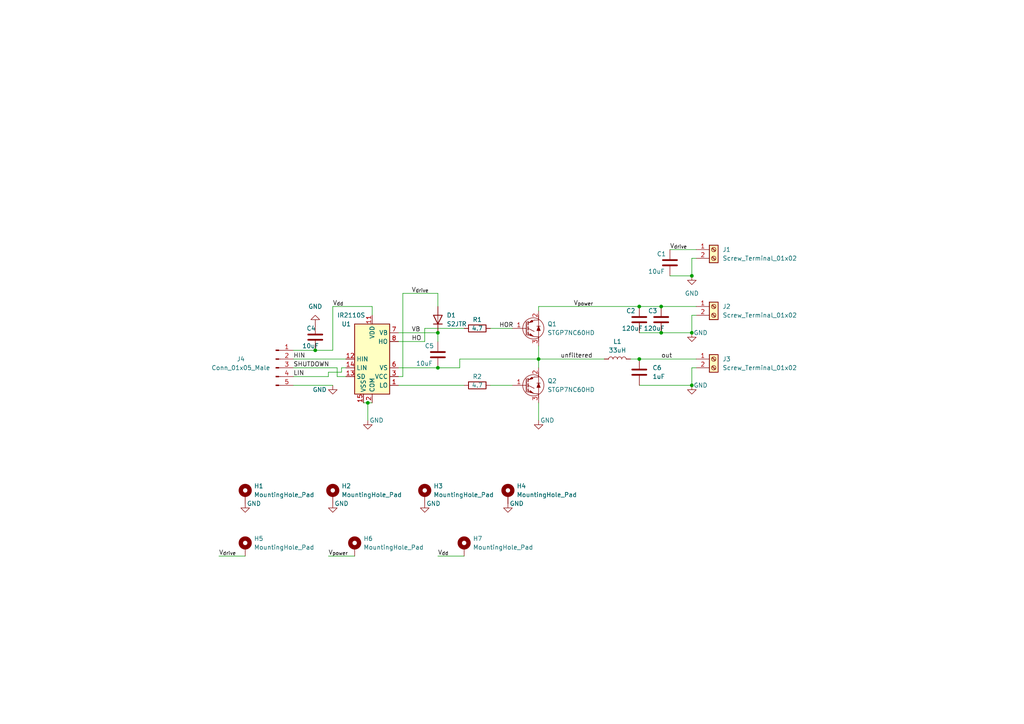
<source format=kicad_sch>
(kicad_sch (version 20211123) (generator eeschema)
  (paper "A4")
  (lib_symbols
    (symbol "Connector:Conn_01x05_Male" (pin_names (offset 1.016) hide)
      (property "Reference" "J" (at 0 7.62 0))
      (property "Value" "Conn_01x05_Male" (at 0 -7.62 0))
      (symbol "Conn_01x05_Male_1_1"
        (polyline (pts (xy 1.27 -5.08) (xy 0.8636 -5.08)) (stroke (width 0.1524)))
        (polyline (pts (xy 1.27 -2.54) (xy 0.8636 -2.54)) (stroke (width 0.1524)))
        (polyline (pts (xy 1.27 0) (xy 0.8636 0)) (stroke (width 0.1524)))
        (polyline (pts (xy 1.27 2.54) (xy 0.8636 2.54)) (stroke (width 0.1524)))
        (polyline (pts (xy 1.27 5.08) (xy 0.8636 5.08)) (stroke (width 0.1524)))
        (rectangle (start 0.8636 -4.953) (end 0 -5.207) (stroke (width 0.1524)) (fill (type outline)))
        (rectangle (start 0.8636 -2.413) (end 0 -2.667) (stroke (width 0.1524)) (fill (type outline)))
        (rectangle (start 0.8636 0.127) (end 0 -0.127) (stroke (width 0.1524)) (fill (type outline)))
        (rectangle (start 0.8636 2.667) (end 0 2.413) (stroke (width 0.1524)) (fill (type outline)))
        (rectangle (start 0.8636 5.207) (end 0 4.953) (stroke (width 0.1524)) (fill (type outline)))
        (pin passive line (at 5.08 5.08 180) (length 3.81) (name "Pin_1") (number "1"))
        (pin passive line (at 5.08 2.54 180) (length 3.81) (name "Pin_2") (number "2"))
        (pin passive line (at 5.08 0 180) (length 3.81) (name "Pin_3") (number "3"))
        (pin passive line (at 5.08 -2.54 180) (length 3.81) (name "Pin_4") (number "4"))
        (pin passive line (at 5.08 -5.08 180) (length 3.81) (name "Pin_5") (number "5"))
      )
    )
    (symbol "Connector:Screw_Terminal_01x02" (pin_names (offset 1.016) hide)
      (property "Reference" "J" (at 0 2.54 0))
      (property "Value" "Screw_Terminal_01x02" (at 0 -5.08 0))
      (symbol "Screw_Terminal_01x02_1_1"
        (rectangle (start -1.27 1.27) (end 1.27 -3.81) (stroke (width 0.254)) (fill (type background)))
        (circle (center 0 -2.54) (radius 0.635) (stroke (width 0.1524)))
        (polyline (pts (xy -0.5334 -2.2098) (xy 0.3302 -3.048)) (stroke (width 0.1524)))
        (polyline (pts (xy -0.5334 0.3302) (xy 0.3302 -0.508)) (stroke (width 0.1524)))
        (polyline (pts (xy -0.3556 -2.032) (xy 0.508 -2.8702)) (stroke (width 0.1524)))
        (polyline (pts (xy -0.3556 0.508) (xy 0.508 -0.3302)) (stroke (width 0.1524)))
        (circle (center 0 0) (radius 0.635) (stroke (width 0.1524)))
        (pin passive line (at -5.08 0 0) (length 3.81) (name "Pin_1") (number "1"))
        (pin passive line (at -5.08 -2.54 0) (length 3.81) (name "Pin_2") (number "2"))
      )
    )
    (symbol "Device:C" (pin_numbers hide) (pin_names (offset 0.254))
      (property "Reference" "C" (at 0.635 2.54 0))
      (property "Value" "C" (at 0.635 -2.54 0))
      (symbol "C_0_1"
        (polyline (pts (xy -2.032 -0.762) (xy 2.032 -0.762)) (stroke (width 0.508)))
        (polyline (pts (xy -2.032 0.762) (xy 2.032 0.762)) (stroke (width 0.508)))
      )
      (symbol "C_1_1"
        (pin passive line (at 0 3.81 270) (length 2.794) (name "~") (number "1"))
        (pin passive line (at 0 -3.81 90) (length 2.794) (name "~") (number "2"))
      )
    )
    (symbol "Device:L" (pin_numbers hide) (pin_names (offset 1.016) hide)
      (property "Reference" "L" (at -1.27 0 90))
      (property "Value" "L" (at 1.905 0 90))
      (symbol "L_0_1"
        (arc (start 0 -2.54) (mid 0.635 -1.905) (end 0 -1.27))
        (arc (start 0 -1.27) (mid 0.635 -0.635) (end 0 0))
        (arc (start 0 0) (mid 0.635 0.635) (end 0 1.27))
        (arc (start 0 1.27) (mid 0.635 1.905) (end 0 2.54))
      )
      (symbol "L_1_1"
        (pin passive line (at 0 3.81 270) (length 1.27) (name "1") (number "1"))
        (pin passive line (at 0 -3.81 90) (length 1.27) (name "2") (number "2"))
      )
    )
    (symbol "Device:R" (pin_numbers hide) (pin_names (offset 0))
      (property "Reference" "R" (at 2.032 0 90))
      (property "Value" "R" (at 0 0 90))
      (symbol "R_0_1"
        (rectangle (start -1.016 -2.54) (end 1.016 2.54) (stroke (width 0.254)))
      )
      (symbol "R_1_1"
        (pin passive line (at 0 3.81 270) (length 1.27) (name "~") (number "1"))
        (pin passive line (at 0 -3.81 90) (length 1.27) (name "~") (number "2"))
      )
    )
    (symbol "Diode:S2JTR" (pin_numbers hide) (pin_names (offset 1.016) hide)
      (property "Reference" "D" (at 0 2.54 0))
      (property "Value" "S2JTR" (at 0 -2.54 0))
      (symbol "S2JTR_0_1"
        (polyline (pts (xy -1.27 1.27) (xy -1.27 -1.27)) (stroke (width 0.254)))
        (polyline (pts (xy 1.27 0) (xy -1.27 0)))
        (polyline (pts (xy 1.27 1.27) (xy 1.27 -1.27) (xy -1.27 0) (xy 1.27 1.27)) (stroke (width 0.254)))
      )
      (symbol "S2JTR_1_1"
        (pin passive line (at -3.81 0 0) (length 2.54) (name "K") (number "1"))
        (pin passive line (at 3.81 0 180) (length 2.54) (name "A") (number "2"))
      )
    )
    (symbol "Driver_FET:IR2110S"
      (property "Reference" "U" (at 1.27 13.335 0))
      (property "Value" "IR2110S" (at 1.27 11.43 0))
      (symbol "IR2110S_0_1"
        (rectangle (start -5.08 -10.16) (end 5.08 10.16) (stroke (width 0.254)) (fill (type background)))
      )
      (symbol "IR2110S_1_1"
        (pin output line (at 7.62 -7.62 180) (length 2.54) (name "LO") (number "1"))
        (pin no_connect line (at 5.08 2.54 180) (length 2.54) hide (name "NC") (number "10"))
        (pin power_in line (at 0 12.7 270) (length 2.54) (name "VDD") (number "11"))
        (pin input line (at -7.62 0 0) (length 2.54) (name "HIN") (number "12"))
        (pin input line (at -7.62 -5.08 0) (length 2.54) (name "SD") (number "13"))
        (pin input line (at -7.62 -2.54 0) (length 2.54) (name "LIN") (number "14"))
        (pin power_in line (at -2.54 -12.7 90) (length 2.54) (name "VSS") (number "15"))
        (pin no_connect line (at 5.08 0 180) (length 2.54) hide (name "NC") (number "16"))
        (pin power_in line (at 0 -12.7 90) (length 2.54) (name "COM") (number "2"))
        (pin power_in line (at 7.62 -5.08 180) (length 2.54) (name "VCC") (number "3"))
        (pin no_connect line (at -5.08 7.62 0) (length 2.54) hide (name "NC") (number "4"))
        (pin no_connect line (at -5.08 5.08 0) (length 2.54) hide (name "NC") (number "5"))
        (pin passive line (at 7.62 -2.54 180) (length 2.54) (name "VS") (number "6"))
        (pin passive line (at 7.62 7.62 180) (length 2.54) (name "VB") (number "7"))
        (pin output line (at 7.62 5.08 180) (length 2.54) (name "HO") (number "8"))
        (pin no_connect line (at -5.08 2.54 0) (length 2.54) hide (name "NC") (number "9"))
      )
    )
    (symbol "Mechanical:MountingHole_Pad" (pin_numbers hide) (pin_names (offset 1.016) hide)
      (property "Reference" "H" (at 0 6.35 0))
      (property "Value" "MountingHole_Pad" (at 0 4.445 0))
      (symbol "MountingHole_Pad_0_1"
        (circle (center 0 1.27) (radius 1.27) (stroke (width 1.27)))
      )
      (symbol "MountingHole_Pad_1_1"
        (pin input line (at 0 -2.54 90) (length 2.54) (name "1") (number "1"))
      )
    )
    (symbol "Transistor_IGBT:STGP7NC60HD" (pin_names (offset 0) hide)
      (property "Reference" "Q" (at 6.35 1.905 0))
      (property "Value" "STGP7NC60HD" (at 6.35 0 0))
      (symbol "STGP7NC60HD_0_1"
        (polyline (pts (xy -1.27 0) (xy -1.016 0)))
        (polyline (pts (xy 1.27 -2.413) (xy 2.54 -2.413)))
        (polyline (pts (xy 1.27 2.413) (xy 2.54 2.413)))
        (polyline (pts (xy 2.032 0.635) (xy 3.048 0.635)))
        (polyline (pts (xy 2.54 3.81) (xy 2.54 -3.81)))
        (polyline (pts (xy 2.54 0.635) (xy 2.032 -0.635) (xy 3.048 -0.635) (xy 2.54 0.635)) (fill (type outline)))
        (circle (center 1.016 0) (radius 3.0734))
      )
      (symbol "STGP7NC60HD_1_1"
        (polyline (pts (xy -0.508 -1.016) (xy -0.508 -2.032)) (stroke (width 0.254)))
        (polyline (pts (xy -0.508 0.508) (xy -0.508 -0.508)) (stroke (width 0.254)))
        (polyline (pts (xy -0.508 2.032) (xy -0.508 1.016)) (stroke (width 0.254)))
        (polyline (pts (xy 1.27 -2.413) (xy -0.508 -1.524)))
        (polyline (pts (xy 1.27 -0.889) (xy -0.508 0)))
        (polyline (pts (xy 1.27 2.413) (xy -0.508 1.524)))
        (polyline (pts (xy -1.016 1.905) (xy -1.016 -1.905) (xy -1.016 -1.905)) (stroke (width 0.254)))
        (polyline (pts (xy -0.127 -2.032) (xy 0.127 -1.524) (xy 1.016 -2.286) (xy -0.127 -2.032)) (fill (type outline)))
        (polyline (pts (xy 0.889 1.905) (xy 0.635 2.413) (xy -0.254 1.651) (xy 0.889 1.905)) (fill (type outline)))
        (pin input line (at -5.08 0 0) (length 3.81) (name "G") (number "1"))
        (pin passive line (at 2.54 5.08 270) (length 2.54) (name "C") (number "2"))
        (pin passive line (at 2.54 -5.08 90) (length 2.54) (name "E") (number "3"))
      )
    )
    (symbol "power:GND" (power) (pin_names (offset 0))
      (property "Value" "GND" (at 0 -3.81 0))
      (symbol "GND_0_1"
        (polyline (pts (xy 0 0) (xy 0 -1.27) (xy 1.27 -1.27) (xy 0 -2.54) (xy -1.27 -1.27) (xy 0 -1.27)))
      )
      (symbol "GND_1_1"
        (pin power_in line (at 0 0 270) (length 0) hide (name "GND") (number "1"))
      )
    )
  )
  (junction (at 127 106.68))
  (junction (at 200.66 96.52))
  (junction (at 200.66 80.01))
  (junction (at 191.77 96.52))
  (junction (at 156.21 104.14))
  (junction (at 91.44 101.6))
  (junction (at 185.42 88.9))
  (junction (at 191.77 88.9))
  (junction (at 185.42 104.14))
  (junction (at 200.66 111.76))
  (junction (at 106.68 116.84))
  (junction (at 127 96.52))
  (wire (pts (xy 115.57 111.76) (xy 134.62 111.76)))
  (wire (pts (xy 107.95 91.44) (xy 107.95 88.9)))
  (wire (pts (xy 85.09 104.14) (xy 100.33 104.14)))
  (wire (pts (xy 96.52 88.9) (xy 96.52 101.6)))
  (wire (pts (xy 201.93 106.68) (xy 200.66 106.68)))
  (wire (pts (xy 85.09 106.68) (xy 97.79 106.68)))
  (wire (pts (xy 127 161.29) (xy 134.62 161.29)))
  (wire (pts (xy 191.77 88.9) (xy 201.93 88.9)))
  (wire (pts (xy 97.79 109.22) (xy 100.33 109.22)))
  (wire (pts (xy 127 96.52) (xy 127 99.06)))
  (wire (pts (xy 185.42 88.9) (xy 191.77 88.9)))
  (wire (pts (xy 123.19 95.25) (xy 134.62 95.25)))
  (wire (pts (xy 116.84 85.09) (xy 127 85.09)))
  (wire (pts (xy 99.06 107.95) (xy 99.06 106.68)))
  (wire (pts (xy 105.41 116.84) (xy 106.68 116.84)))
  (wire (pts (xy 99.06 106.68) (xy 100.33 106.68)))
  (wire (pts (xy 97.79 106.68) (xy 97.79 109.22)))
  (wire (pts (xy 185.42 111.76) (xy 200.66 111.76)))
  (wire (pts (xy 95.25 109.22) (xy 95.25 107.95)))
  (wire (pts (xy 156.21 100.33) (xy 156.21 104.14)))
  (wire (pts (xy 194.31 72.39) (xy 201.93 72.39)))
  (wire (pts (xy 95.25 161.29) (xy 102.87 161.29)))
  (wire (pts (xy 185.42 96.52) (xy 191.77 96.52)))
  (wire (pts (xy 123.19 99.06) (xy 123.19 95.25)))
  (wire (pts (xy 142.24 111.76) (xy 148.59 111.76)))
  (wire (pts (xy 133.35 104.14) (xy 156.21 104.14)))
  (wire (pts (xy 201.93 74.93) (xy 200.66 74.93)))
  (wire (pts (xy 156.21 104.14) (xy 175.26 104.14)))
  (wire (pts (xy 201.93 91.44) (xy 200.66 91.44)))
  (wire (pts (xy 107.95 88.9) (xy 96.52 88.9)))
  (wire (pts (xy 63.5 161.29) (xy 71.12 161.29)))
  (wire (pts (xy 156.21 88.9) (xy 185.42 88.9)))
  (wire (pts (xy 85.09 111.76) (xy 96.52 111.76)))
  (wire (pts (xy 191.77 96.52) (xy 200.66 96.52)))
  (wire (pts (xy 116.84 109.22) (xy 116.84 85.09)))
  (wire (pts (xy 115.57 109.22) (xy 116.84 109.22)))
  (wire (pts (xy 127 106.68) (xy 133.35 106.68)))
  (wire (pts (xy 96.52 101.6) (xy 91.44 101.6)))
  (wire (pts (xy 200.66 74.93) (xy 200.66 80.01)))
  (wire (pts (xy 156.21 104.14) (xy 156.21 106.68)))
  (wire (pts (xy 85.09 109.22) (xy 95.25 109.22)))
  (wire (pts (xy 194.31 80.01) (xy 200.66 80.01)))
  (wire (pts (xy 115.57 106.68) (xy 127 106.68)))
  (wire (pts (xy 133.35 106.68) (xy 133.35 104.14)))
  (wire (pts (xy 156.21 116.84) (xy 156.21 121.92)))
  (wire (pts (xy 200.66 91.44) (xy 200.66 96.52)))
  (wire (pts (xy 115.57 96.52) (xy 127 96.52)))
  (wire (pts (xy 182.88 104.14) (xy 185.42 104.14)))
  (wire (pts (xy 106.68 116.84) (xy 107.95 116.84)))
  (wire (pts (xy 115.57 99.06) (xy 123.19 99.06)))
  (wire (pts (xy 95.25 107.95) (xy 99.06 107.95)))
  (wire (pts (xy 156.21 88.9) (xy 156.21 90.17)))
  (wire (pts (xy 142.24 95.25) (xy 148.59 95.25)))
  (wire (pts (xy 127 85.09) (xy 127 88.9)))
  (wire (pts (xy 200.66 106.68) (xy 200.66 111.76)))
  (wire (pts (xy 91.44 101.6) (xy 85.09 101.6)))
  (wire (pts (xy 185.42 104.14) (xy 201.93 104.14)))
  (wire (pts (xy 106.68 121.92) (xy 106.68 116.84)))
  (label "V_{drive}" (at 119.38 85.09 0))
  (label "SHUTDOWN" (at 85.09 106.68 0))
  (label "V_{power}" (at 95.25 161.29 0))
  (label "HOR" (at 144.78 95.25 0))
  (label "out" (at 191.77 104.14 0))
  (label "HIN" (at 85.09 104.14 0))
  (label "unfiltered" (at 162.56 104.14 0))
  (label "LIN" (at 85.09 109.22 0))
  (label "V_{drive}" (at 63.5 161.29 0))
  (label "V_{dd}" (at 127 161.29 0))
  (label "HO" (at 119.38 99.06 0))
  (label "V_{drive}" (at 194.31 72.39 0))
  (label "VB" (at 119.38 96.52 0))
  (label "V_{power}" (at 166.37 88.9 0))
  (label "V_{dd}" (at 96.52 88.9 0))
  (symbol (lib_id "power:GND") (at 200.66 111.76 0) (unit 1)
    (property "Reference" "#PWR05" (effects hide))
    (property "Value" "GND" (at 203.2 111.76 0))
  )
  (symbol (lib_id "Device:R") (at 138.43 95.25 90) (unit 1)
    (property "Reference" "R1" (at 138.43 92.71 90))
    (property "Value" "4.7" (at 138.43 95.25 90))
    (property "Footprint" "Resistor_SMD:R_0603_1608Metric" (effects hide))
  )
  (symbol (lib_id "power:GND") (at 91.44 93.98 180) (unit 1)
    (property "Reference" "#PWR02" (effects hide))
    (property "Value" "GND" (at 91.44 88.9 0))
  )
  (symbol (lib_id "power:GND") (at 96.52 111.76 0) (unit 1)
    (property "Reference" "#PWR04" (effects hide))
    (property "Value" "GND" (at 92.71 113.03 0))
  )
  (symbol (lib_id "Mechanical:MountingHole_Pad") (at 123.19 143.51 0) (unit 1)
    (property "Reference" "H3" (at 125.73 140.9699 0) (effects (justify left)))
    (property "Value" "MountingHole_Pad" (at 125.73 143.5099 0) (effects (justify left)))
    (property "Footprint" "MountingHole:MountingHole_3.2mm_M3_Pad_Via" (effects hide))
  )
  (symbol (lib_id "Device:C") (at 91.44 97.79 0) (unit 1)
    (property "Reference" "C4" (at 88.9 95.25 0) (effects (justify left)))
    (property "Value" "10uF" (at 87.63 100.33 0) (effects (justify left)))
    (property "Footprint" "Capacitor_SMD:C_1206_3216Metric" (effects hide))
  )
  (symbol (lib_id "Connector:Screw_Terminal_01x02") (at 207.01 72.39 0) (unit 1)
    (property "Reference" "J1" (at 209.55 72.3899 0) (effects (justify left)))
    (property "Value" "Screw_Terminal_01x02" (at 209.55 74.9299 0) (effects (justify left)))
    (property "Footprint" "TerminalBlock_Phoenix:TerminalBlock_Phoenix_MKDS-1,5-2_1x02_P5.00mm_Horizontal" (effects hide))
  )
  (symbol (lib_id "power:GND") (at 156.21 121.92 0) (unit 1)
    (property "Reference" "#PWR07" (effects hide))
    (property "Value" "GND" (at 158.75 121.92 0))
  )
  (symbol (lib_id "Transistor_IGBT:STGP7NC60HD") (at 153.67 95.25 0) (unit 1)
    (property "Reference" "Q1" (at 158.75 93.9799 0) (effects (justify left)))
    (property "Value" "STGP7NC60HD" (at 158.75 96.5199 0) (effects (justify left)))
    (property "Footprint" "Package_TO_SOT_THT:TO-220-3_Vertical" (effects hide))
    (property "Datasheet" "http://www.farnell.com/datasheets/2309889.pdf" (effects hide))
  )
  (symbol (lib_id "Mechanical:MountingHole_Pad") (at 102.87 158.75 0) (unit 1)
    (property "Reference" "H6" (at 105.41 156.2099 0) (effects (justify left)))
    (property "Value" "MountingHole_Pad" (at 105.41 158.7499 0) (effects (justify left)))
    (property "Footprint" "MountingHole:MountingHole_3.2mm_M3_Pad_Via" (effects hide))
  )
  (symbol (lib_id "power:GND") (at 71.12 146.05 0) (unit 1)
    (property "Reference" "#PWR08" (effects hide))
    (property "Value" "GND" (at 73.66 146.05 0))
  )
  (symbol (lib_id "power:GND") (at 200.66 80.01 0) (unit 1)
    (property "Reference" "#PWR01" (effects hide))
    (property "Value" "GND" (at 200.66 85.09 0))
  )
  (symbol (lib_id "Diode:S2JTR") (at 127 92.71 90) (unit 1)
    (property "Reference" "D1" (at 129.54 91.4399 90) (effects (justify right)))
    (property "Value" "S2JTR" (at 129.54 93.9799 90) (effects (justify right)))
    (property "Footprint" "Diode_SMD:D_SMB" (effects hide))
    (property "Datasheet" "http://www.smc-diodes.com/propdf/S2A-S2M%20N0562%20REV.A.pdf" (effects hide))
  )
  (symbol (lib_id "Transistor_IGBT:STGP7NC60HD") (at 153.67 111.76 0) (unit 1)
    (property "Reference" "Q2" (at 158.75 110.4899 0) (effects (justify left)))
    (property "Value" "STGP7NC60HD" (at 158.75 113.0299 0) (effects (justify left)))
    (property "Footprint" "Package_TO_SOT_THT:TO-220-3_Vertical" (effects hide))
    (property "Datasheet" "http://www.farnell.com/datasheets/2309889.pdf" (effects hide))
  )
  (symbol (lib_id "Device:C") (at 127 102.87 0) (unit 1)
    (property "Reference" "C5" (at 123.19 100.33 0) (effects (justify left)))
    (property "Value" "10uF" (at 120.65 105.41 0) (effects (justify left)))
    (property "Footprint" "Capacitor_SMD:C_1206_3216Metric" (effects hide))
  )
  (symbol (lib_id "power:GND") (at 123.19 146.05 0) (unit 1)
    (property "Reference" "#PWR010" (effects hide))
    (property "Value" "GND" (at 125.73 146.05 0))
  )
  (symbol (lib_id "Device:C") (at 185.42 92.71 0) (unit 1)
    (property "Reference" "C2" (at 181.61 90.17 0) (effects (justify left)))
    (property "Value" "120uF" (at 180.34 95.25 0) (effects (justify left)))
    (property "Footprint" "Capacitor_THT:CP_Radial_D18.0mm_P7.50mm" (effects hide))
  )
  (symbol (lib_id "Device:C") (at 191.77 92.71 0) (unit 1)
    (property "Reference" "C3" (at 187.96 90.17 0) (effects (justify left)))
    (property "Value" "120uF" (at 186.69 95.25 0) (effects (justify left)))
    (property "Footprint" "Capacitor_THT:CP_Radial_D18.0mm_P7.50mm" (effects hide))
  )
  (symbol (lib_id "power:GND") (at 106.68 121.92 0) (unit 1)
    (property "Reference" "#PWR06" (effects hide))
    (property "Value" "GND" (at 109.22 121.92 0))
  )
  (symbol (lib_id "Connector:Screw_Terminal_01x02") (at 207.01 104.14 0) (unit 1)
    (property "Reference" "J3" (at 209.55 104.1399 0) (effects (justify left)))
    (property "Value" "Screw_Terminal_01x02" (at 209.55 106.6799 0) (effects (justify left)))
    (property "Footprint" "TerminalBlock_Phoenix:TerminalBlock_Phoenix_MKDS-1,5-2_1x02_P5.00mm_Horizontal" (effects hide))
  )
  (symbol (lib_id "Connector:Screw_Terminal_01x02") (at 207.01 88.9 0) (unit 1)
    (property "Reference" "J2" (at 209.55 88.8999 0) (effects (justify left)))
    (property "Value" "Screw_Terminal_01x02" (at 209.55 91.4399 0) (effects (justify left)))
    (property "Footprint" "TerminalBlock_Phoenix:TerminalBlock_Phoenix_MKDS-1,5-2_1x02_P5.00mm_Horizontal" (effects hide))
  )
  (symbol (lib_id "Device:C") (at 185.42 107.95 0) (unit 1)
    (property "Reference" "C6" (at 189.23 106.6799 0) (effects (justify left)))
    (property "Value" "1uF" (at 189.23 109.2199 0) (effects (justify left)))
    (property "Footprint" "Capacitor_THT:C_Rect_L31.5mm_W9.0mm_P27.50mm_MKS4" (effects hide))
  )
  (symbol (lib_id "Device:L") (at 179.07 104.14 90) (unit 1)
    (property "Reference" "L1" (at 179.07 99.06 90))
    (property "Value" "33uH" (at 179.07 101.6 90))
    (property "Footprint" "Inductor_THT:L_Toroid_Vertical_L31.8mm_W15.9mm_P13.50mm_Bourns_5700" (effects hide))
    (property "link" "https://www.ebay.de/itm/175204535185?hash=item28cb010b91:g:gEYAAOSw4F9iMvUS&amdata=enc%3AAQAHAAAA4J%2FcqT%2FeLiupdnw1qbZYAwhKvf8637p8Lxlye6F%2F3Lr%2BaPSn3gZl%2F3%2FMr1NytKftFaHa8s4dYU4pLUmsearkZ80pbvXySh9hTzVCDsaAZuq4N7cRxwq%2FSdV%2BT2cUw5vnOP3nrnaB7PYSMllFrYLmne8h94%2BbZGcFS6tkI2kPbfcss7lc28oP5lxLlWRMLeEAJMQd3yfiZqS5UqVZcczCfRgF8OT5V6K3HtpqW0A0%2Bhv2nlratWFPWMk99aJo%2BqzG5rKK%2FUaVvr9iUnbvrWvlLi1zqpNskijnpnYUJ3s2Zgqo%7Ctkp%3ABFBM3JnJgLpg" (effects hide))
  )
  (symbol (lib_id "Driver_FET:IR2110S") (at 107.95 104.14 0) (unit 1)
    (property "Reference" "U1" (at 99.06 93.98 0) (effects (justify left)))
    (property "Value" "IR2110S" (at 97.79 91.44 0) (effects (justify left)))
    (property "Footprint" "Package_SO:SOIC-16W_7.5x10.3mm_P1.27mm" (effects hide))
    (property "Datasheet" "https://www.infineon.com/dgdl/ir2110.pdf?fileId=5546d462533600a4015355c80333167e" (effects hide))
  )
  (symbol (lib_id "power:GND") (at 200.66 96.52 0) (unit 1)
    (property "Reference" "#PWR03" (effects hide))
    (property "Value" "GND" (at 203.2 96.52 0))
  )
  (symbol (lib_id "Device:C") (at 194.31 76.2 0) (unit 1)
    (property "Reference" "C1" (at 190.5 73.66 0) (effects (justify left)))
    (property "Value" "10uF" (at 187.96 78.74 0) (effects (justify left)))
    (property "Footprint" "Capacitor_SMD:C_1206_3216Metric" (effects hide))
  )
  (symbol (lib_id "Mechanical:MountingHole_Pad") (at 71.12 158.75 0) (unit 1)
    (property "Reference" "H5" (at 73.66 156.2099 0) (effects (justify left)))
    (property "Value" "MountingHole_Pad" (at 73.66 158.7499 0) (effects (justify left)))
    (property "Footprint" "MountingHole:MountingHole_3.2mm_M3_Pad_Via" (effects hide))
  )
  (symbol (lib_id "Mechanical:MountingHole_Pad") (at 71.12 143.51 0) (unit 1)
    (property "Reference" "H1" (at 73.66 140.9699 0) (effects (justify left)))
    (property "Value" "MountingHole_Pad" (at 73.66 143.5099 0) (effects (justify left)))
    (property "Footprint" "MountingHole:MountingHole_3.2mm_M3_Pad_Via" (effects hide))
  )
  (symbol (lib_id "Connector:Conn_01x05_Male") (at 80.01 106.68 0) (unit 1)
    (property "Reference" "J4" (at 69.85 104.14 0))
    (property "Value" "Conn_01x05_Male" (at 69.85 106.68 0))
    (property "Footprint" "Connector_PinHeader_2.54mm:PinHeader_1x05_P2.54mm_Vertical" (effects hide))
  )
  (symbol (lib_id "Mechanical:MountingHole_Pad") (at 134.62 158.75 0) (unit 1)
    (property "Reference" "H7" (at 137.16 156.2099 0) (effects (justify left)))
    (property "Value" "MountingHole_Pad" (at 137.16 158.7499 0) (effects (justify left)))
    (property "Footprint" "MountingHole:MountingHole_3.2mm_M3_Pad_Via" (effects hide))
  )
  (symbol (lib_id "Mechanical:MountingHole_Pad") (at 147.32 143.51 0) (unit 1)
    (property "Reference" "H4" (at 149.86 140.9699 0) (effects (justify left)))
    (property "Value" "MountingHole_Pad" (at 149.86 143.5099 0) (effects (justify left)))
    (property "Footprint" "MountingHole:MountingHole_3.2mm_M3_Pad_Via" (effects hide))
  )
  (symbol (lib_id "power:GND") (at 147.32 146.05 0) (unit 1)
    (property "Reference" "#PWR011" (effects hide))
    (property "Value" "GND" (at 149.86 146.05 0))
  )
  (symbol (lib_id "Mechanical:MountingHole_Pad") (at 96.52 143.51 0) (unit 1)
    (property "Reference" "H2" (at 99.06 140.9699 0) (effects (justify left)))
    (property "Value" "MountingHole_Pad" (at 99.06 143.5099 0) (effects (justify left)))
    (property "Footprint" "MountingHole:MountingHole_3.2mm_M3_Pad_Via" (effects hide))
  )
  (symbol (lib_id "Device:R") (at 138.43 111.76 90) (unit 1)
    (property "Reference" "R2" (at 138.43 109.22 90))
    (property "Value" "4.7" (at 138.43 111.76 90))
    (property "Footprint" "Resistor_SMD:R_0603_1608Metric" (effects hide))
  )
  (symbol (lib_id "power:GND") (at 96.52 146.05 0) (unit 1)
    (property "Reference" "#PWR09" (effects hide))
    (property "Value" "GND" (at 99.06 146.05 0))
  )
)
</source>
